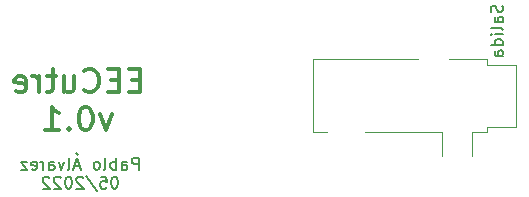
<source format=gbr>
%TF.GenerationSoftware,KiCad,Pcbnew,(6.0.2)*%
%TF.CreationDate,2022-05-27T23:56:07+02:00*%
%TF.ProjectId,EEC_v0,4545435f-7630-42e6-9b69-6361645f7063,rev?*%
%TF.SameCoordinates,Original*%
%TF.FileFunction,Legend,Bot*%
%TF.FilePolarity,Positive*%
%FSLAX46Y46*%
G04 Gerber Fmt 4.6, Leading zero omitted, Abs format (unit mm)*
G04 Created by KiCad (PCBNEW (6.0.2)) date 2022-05-27 23:56:07*
%MOMM*%
%LPD*%
G01*
G04 APERTURE LIST*
%ADD10C,0.300000*%
%ADD11C,0.150000*%
%ADD12C,0.120000*%
G04 APERTURE END LIST*
D10*
X100285714Y-109647142D02*
X99619047Y-109647142D01*
X99333333Y-110694761D02*
X100285714Y-110694761D01*
X100285714Y-108694761D01*
X99333333Y-108694761D01*
X98476190Y-109647142D02*
X97809523Y-109647142D01*
X97523809Y-110694761D02*
X98476190Y-110694761D01*
X98476190Y-108694761D01*
X97523809Y-108694761D01*
X95523809Y-110504285D02*
X95619047Y-110599523D01*
X95904761Y-110694761D01*
X96095238Y-110694761D01*
X96380952Y-110599523D01*
X96571428Y-110409047D01*
X96666666Y-110218571D01*
X96761904Y-109837619D01*
X96761904Y-109551904D01*
X96666666Y-109170952D01*
X96571428Y-108980476D01*
X96380952Y-108790000D01*
X96095238Y-108694761D01*
X95904761Y-108694761D01*
X95619047Y-108790000D01*
X95523809Y-108885238D01*
X93809523Y-109361428D02*
X93809523Y-110694761D01*
X94666666Y-109361428D02*
X94666666Y-110409047D01*
X94571428Y-110599523D01*
X94380952Y-110694761D01*
X94095238Y-110694761D01*
X93904761Y-110599523D01*
X93809523Y-110504285D01*
X93142857Y-109361428D02*
X92380952Y-109361428D01*
X92857142Y-108694761D02*
X92857142Y-110409047D01*
X92761904Y-110599523D01*
X92571428Y-110694761D01*
X92380952Y-110694761D01*
X91714285Y-110694761D02*
X91714285Y-109361428D01*
X91714285Y-109742380D02*
X91619047Y-109551904D01*
X91523809Y-109456666D01*
X91333333Y-109361428D01*
X91142857Y-109361428D01*
X89714285Y-110599523D02*
X89904761Y-110694761D01*
X90285714Y-110694761D01*
X90476190Y-110599523D01*
X90571428Y-110409047D01*
X90571428Y-109647142D01*
X90476190Y-109456666D01*
X90285714Y-109361428D01*
X89904761Y-109361428D01*
X89714285Y-109456666D01*
X89619047Y-109647142D01*
X89619047Y-109837619D01*
X90571428Y-110028095D01*
X97857142Y-112581428D02*
X97380952Y-113914761D01*
X96904761Y-112581428D01*
X95761904Y-111914761D02*
X95571428Y-111914761D01*
X95380952Y-112010000D01*
X95285714Y-112105238D01*
X95190476Y-112295714D01*
X95095238Y-112676666D01*
X95095238Y-113152857D01*
X95190476Y-113533809D01*
X95285714Y-113724285D01*
X95380952Y-113819523D01*
X95571428Y-113914761D01*
X95761904Y-113914761D01*
X95952380Y-113819523D01*
X96047619Y-113724285D01*
X96142857Y-113533809D01*
X96238095Y-113152857D01*
X96238095Y-112676666D01*
X96142857Y-112295714D01*
X96047619Y-112105238D01*
X95952380Y-112010000D01*
X95761904Y-111914761D01*
X94238095Y-113724285D02*
X94142857Y-113819523D01*
X94238095Y-113914761D01*
X94333333Y-113819523D01*
X94238095Y-113724285D01*
X94238095Y-113914761D01*
X92238095Y-113914761D02*
X93380952Y-113914761D01*
X92809523Y-113914761D02*
X92809523Y-111914761D01*
X93000000Y-112200476D01*
X93190476Y-112390952D01*
X93380952Y-112486190D01*
D11*
X100128571Y-117247380D02*
X100128571Y-116247380D01*
X99747619Y-116247380D01*
X99652380Y-116295000D01*
X99604761Y-116342619D01*
X99557142Y-116437857D01*
X99557142Y-116580714D01*
X99604761Y-116675952D01*
X99652380Y-116723571D01*
X99747619Y-116771190D01*
X100128571Y-116771190D01*
X98700000Y-117247380D02*
X98700000Y-116723571D01*
X98747619Y-116628333D01*
X98842857Y-116580714D01*
X99033333Y-116580714D01*
X99128571Y-116628333D01*
X98700000Y-117199761D02*
X98795238Y-117247380D01*
X99033333Y-117247380D01*
X99128571Y-117199761D01*
X99176190Y-117104523D01*
X99176190Y-117009285D01*
X99128571Y-116914047D01*
X99033333Y-116866428D01*
X98795238Y-116866428D01*
X98700000Y-116818809D01*
X98223809Y-117247380D02*
X98223809Y-116247380D01*
X98223809Y-116628333D02*
X98128571Y-116580714D01*
X97938095Y-116580714D01*
X97842857Y-116628333D01*
X97795238Y-116675952D01*
X97747619Y-116771190D01*
X97747619Y-117056904D01*
X97795238Y-117152142D01*
X97842857Y-117199761D01*
X97938095Y-117247380D01*
X98128571Y-117247380D01*
X98223809Y-117199761D01*
X97176190Y-117247380D02*
X97271428Y-117199761D01*
X97319047Y-117104523D01*
X97319047Y-116247380D01*
X96652380Y-117247380D02*
X96747619Y-117199761D01*
X96795238Y-117152142D01*
X96842857Y-117056904D01*
X96842857Y-116771190D01*
X96795238Y-116675952D01*
X96747619Y-116628333D01*
X96652380Y-116580714D01*
X96509523Y-116580714D01*
X96414285Y-116628333D01*
X96366666Y-116675952D01*
X96319047Y-116771190D01*
X96319047Y-117056904D01*
X96366666Y-117152142D01*
X96414285Y-117199761D01*
X96509523Y-117247380D01*
X96652380Y-117247380D01*
X95176190Y-116961666D02*
X94700000Y-116961666D01*
X95271428Y-117247380D02*
X94938095Y-116247380D01*
X94604761Y-117247380D01*
X94842857Y-115866428D02*
X94985714Y-116009285D01*
X94128571Y-117247380D02*
X94223809Y-117199761D01*
X94271428Y-117104523D01*
X94271428Y-116247380D01*
X93842857Y-116580714D02*
X93604761Y-117247380D01*
X93366666Y-116580714D01*
X92557142Y-117247380D02*
X92557142Y-116723571D01*
X92604761Y-116628333D01*
X92700000Y-116580714D01*
X92890476Y-116580714D01*
X92985714Y-116628333D01*
X92557142Y-117199761D02*
X92652380Y-117247380D01*
X92890476Y-117247380D01*
X92985714Y-117199761D01*
X93033333Y-117104523D01*
X93033333Y-117009285D01*
X92985714Y-116914047D01*
X92890476Y-116866428D01*
X92652380Y-116866428D01*
X92557142Y-116818809D01*
X92080952Y-117247380D02*
X92080952Y-116580714D01*
X92080952Y-116771190D02*
X92033333Y-116675952D01*
X91985714Y-116628333D01*
X91890476Y-116580714D01*
X91795238Y-116580714D01*
X91080952Y-117199761D02*
X91176190Y-117247380D01*
X91366666Y-117247380D01*
X91461904Y-117199761D01*
X91509523Y-117104523D01*
X91509523Y-116723571D01*
X91461904Y-116628333D01*
X91366666Y-116580714D01*
X91176190Y-116580714D01*
X91080952Y-116628333D01*
X91033333Y-116723571D01*
X91033333Y-116818809D01*
X91509523Y-116914047D01*
X90700000Y-116580714D02*
X90176190Y-116580714D01*
X90700000Y-117247380D01*
X90176190Y-117247380D01*
X98152380Y-117857380D02*
X98057142Y-117857380D01*
X97961904Y-117905000D01*
X97914285Y-117952619D01*
X97866666Y-118047857D01*
X97819047Y-118238333D01*
X97819047Y-118476428D01*
X97866666Y-118666904D01*
X97914285Y-118762142D01*
X97961904Y-118809761D01*
X98057142Y-118857380D01*
X98152380Y-118857380D01*
X98247619Y-118809761D01*
X98295238Y-118762142D01*
X98342857Y-118666904D01*
X98390476Y-118476428D01*
X98390476Y-118238333D01*
X98342857Y-118047857D01*
X98295238Y-117952619D01*
X98247619Y-117905000D01*
X98152380Y-117857380D01*
X96914285Y-117857380D02*
X97390476Y-117857380D01*
X97438095Y-118333571D01*
X97390476Y-118285952D01*
X97295238Y-118238333D01*
X97057142Y-118238333D01*
X96961904Y-118285952D01*
X96914285Y-118333571D01*
X96866666Y-118428809D01*
X96866666Y-118666904D01*
X96914285Y-118762142D01*
X96961904Y-118809761D01*
X97057142Y-118857380D01*
X97295238Y-118857380D01*
X97390476Y-118809761D01*
X97438095Y-118762142D01*
X95723809Y-117809761D02*
X96580952Y-119095476D01*
X95438095Y-117952619D02*
X95390476Y-117905000D01*
X95295238Y-117857380D01*
X95057142Y-117857380D01*
X94961904Y-117905000D01*
X94914285Y-117952619D01*
X94866666Y-118047857D01*
X94866666Y-118143095D01*
X94914285Y-118285952D01*
X95485714Y-118857380D01*
X94866666Y-118857380D01*
X94247619Y-117857380D02*
X94152380Y-117857380D01*
X94057142Y-117905000D01*
X94009523Y-117952619D01*
X93961904Y-118047857D01*
X93914285Y-118238333D01*
X93914285Y-118476428D01*
X93961904Y-118666904D01*
X94009523Y-118762142D01*
X94057142Y-118809761D01*
X94152380Y-118857380D01*
X94247619Y-118857380D01*
X94342857Y-118809761D01*
X94390476Y-118762142D01*
X94438095Y-118666904D01*
X94485714Y-118476428D01*
X94485714Y-118238333D01*
X94438095Y-118047857D01*
X94390476Y-117952619D01*
X94342857Y-117905000D01*
X94247619Y-117857380D01*
X93533333Y-117952619D02*
X93485714Y-117905000D01*
X93390476Y-117857380D01*
X93152380Y-117857380D01*
X93057142Y-117905000D01*
X93009523Y-117952619D01*
X92961904Y-118047857D01*
X92961904Y-118143095D01*
X93009523Y-118285952D01*
X93580952Y-118857380D01*
X92961904Y-118857380D01*
X92580952Y-117952619D02*
X92533333Y-117905000D01*
X92438095Y-117857380D01*
X92200000Y-117857380D01*
X92104761Y-117905000D01*
X92057142Y-117952619D01*
X92009523Y-118047857D01*
X92009523Y-118143095D01*
X92057142Y-118285952D01*
X92628571Y-118857380D01*
X92009523Y-118857380D01*
%TO.C,Salida*%
X130904761Y-103357142D02*
X130952380Y-103500000D01*
X130952380Y-103738095D01*
X130904761Y-103833333D01*
X130857142Y-103880952D01*
X130761904Y-103928571D01*
X130666666Y-103928571D01*
X130571428Y-103880952D01*
X130523809Y-103833333D01*
X130476190Y-103738095D01*
X130428571Y-103547619D01*
X130380952Y-103452380D01*
X130333333Y-103404761D01*
X130238095Y-103357142D01*
X130142857Y-103357142D01*
X130047619Y-103404761D01*
X130000000Y-103452380D01*
X129952380Y-103547619D01*
X129952380Y-103785714D01*
X130000000Y-103928571D01*
X130952380Y-104785714D02*
X130428571Y-104785714D01*
X130333333Y-104738095D01*
X130285714Y-104642857D01*
X130285714Y-104452380D01*
X130333333Y-104357142D01*
X130904761Y-104785714D02*
X130952380Y-104690476D01*
X130952380Y-104452380D01*
X130904761Y-104357142D01*
X130809523Y-104309523D01*
X130714285Y-104309523D01*
X130619047Y-104357142D01*
X130571428Y-104452380D01*
X130571428Y-104690476D01*
X130523809Y-104785714D01*
X130952380Y-105404761D02*
X130904761Y-105309523D01*
X130809523Y-105261904D01*
X129952380Y-105261904D01*
X130952380Y-105785714D02*
X130285714Y-105785714D01*
X129952380Y-105785714D02*
X130000000Y-105738095D01*
X130047619Y-105785714D01*
X130000000Y-105833333D01*
X129952380Y-105785714D01*
X130047619Y-105785714D01*
X130952380Y-106690476D02*
X129952380Y-106690476D01*
X130904761Y-106690476D02*
X130952380Y-106595238D01*
X130952380Y-106404761D01*
X130904761Y-106309523D01*
X130857142Y-106261904D01*
X130761904Y-106214285D01*
X130476190Y-106214285D01*
X130380952Y-106261904D01*
X130333333Y-106309523D01*
X130285714Y-106404761D01*
X130285714Y-106595238D01*
X130333333Y-106690476D01*
X130952380Y-107595238D02*
X130428571Y-107595238D01*
X130333333Y-107547619D01*
X130285714Y-107452380D01*
X130285714Y-107261904D01*
X130333333Y-107166666D01*
X130904761Y-107595238D02*
X130952380Y-107500000D01*
X130952380Y-107261904D01*
X130904761Y-107166666D01*
X130809523Y-107119047D01*
X130714285Y-107119047D01*
X130619047Y-107166666D01*
X130571428Y-107261904D01*
X130571428Y-107500000D01*
X130523809Y-107595238D01*
D12*
X123800000Y-107900000D02*
X114900000Y-107900000D01*
X129600000Y-114100000D02*
X129600000Y-113600000D01*
X129600000Y-108400000D02*
X129600000Y-107900000D01*
X128400000Y-114100000D02*
X129600000Y-114100000D01*
X114900000Y-107900000D02*
X114900000Y-114100000D01*
X129600000Y-107900000D02*
X126400000Y-107900000D01*
X125800000Y-114100000D02*
X125800000Y-116100000D01*
X132100000Y-108400000D02*
X129600000Y-108400000D01*
X132100000Y-113600000D02*
X132100000Y-108400000D01*
X119300000Y-114100000D02*
X125800000Y-114100000D01*
X114900000Y-114100000D02*
X116100000Y-114100000D01*
X128400000Y-114100000D02*
X128400000Y-116100000D01*
X129600000Y-113600000D02*
X132100000Y-113600000D01*
%TD*%
M02*

</source>
